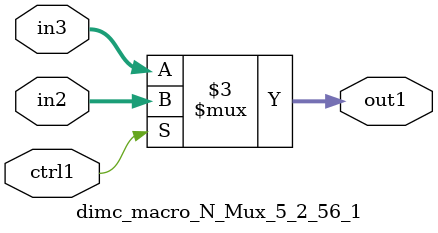
<source format=v>

`timescale 1ps / 1ps


module dimc_macro_N_Mux_5_2_56_1( in3, in2, ctrl1, out1 );

    input [4:0] in3;
    input [4:0] in2;
    input ctrl1;
    output [4:0] out1;
    reg [4:0] out1;

    
    // rtl_process:dimc_macro_N_Mux_5_2_56_1/dimc_macro_N_Mux_5_2_56_1_thread_1
    always @*
      begin : dimc_macro_N_Mux_5_2_56_1_thread_1
        case (ctrl1) 
          1'b1: 
            begin
              out1 = in2;
            end
          default: 
            begin
              out1 = in3;
            end
        endcase
      end

endmodule


</source>
